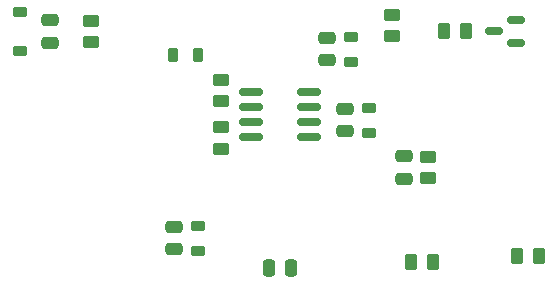
<source format=gbp>
G04 #@! TF.GenerationSoftware,KiCad,Pcbnew,8.0.5*
G04 #@! TF.CreationDate,2024-09-14T16:18:36+01:00*
G04 #@! TF.ProjectId,RotationEncoder,526f7461-7469-46f6-9e45-6e636f646572,rev?*
G04 #@! TF.SameCoordinates,Original*
G04 #@! TF.FileFunction,Paste,Bot*
G04 #@! TF.FilePolarity,Positive*
%FSLAX46Y46*%
G04 Gerber Fmt 4.6, Leading zero omitted, Abs format (unit mm)*
G04 Created by KiCad (PCBNEW 8.0.5) date 2024-09-14 16:18:36*
%MOMM*%
%LPD*%
G01*
G04 APERTURE LIST*
G04 Aperture macros list*
%AMRoundRect*
0 Rectangle with rounded corners*
0 $1 Rounding radius*
0 $2 $3 $4 $5 $6 $7 $8 $9 X,Y pos of 4 corners*
0 Add a 4 corners polygon primitive as box body*
4,1,4,$2,$3,$4,$5,$6,$7,$8,$9,$2,$3,0*
0 Add four circle primitives for the rounded corners*
1,1,$1+$1,$2,$3*
1,1,$1+$1,$4,$5*
1,1,$1+$1,$6,$7*
1,1,$1+$1,$8,$9*
0 Add four rect primitives between the rounded corners*
20,1,$1+$1,$2,$3,$4,$5,0*
20,1,$1+$1,$4,$5,$6,$7,0*
20,1,$1+$1,$6,$7,$8,$9,0*
20,1,$1+$1,$8,$9,$2,$3,0*%
G04 Aperture macros list end*
%ADD10RoundRect,0.250000X0.450000X-0.262500X0.450000X0.262500X-0.450000X0.262500X-0.450000X-0.262500X0*%
%ADD11RoundRect,0.218750X0.381250X-0.218750X0.381250X0.218750X-0.381250X0.218750X-0.381250X-0.218750X0*%
%ADD12RoundRect,0.250000X0.475000X-0.250000X0.475000X0.250000X-0.475000X0.250000X-0.475000X-0.250000X0*%
%ADD13RoundRect,0.150000X0.587500X0.150000X-0.587500X0.150000X-0.587500X-0.150000X0.587500X-0.150000X0*%
%ADD14RoundRect,0.250000X0.262500X0.450000X-0.262500X0.450000X-0.262500X-0.450000X0.262500X-0.450000X0*%
%ADD15RoundRect,0.250000X-0.475000X0.250000X-0.475000X-0.250000X0.475000X-0.250000X0.475000X0.250000X0*%
%ADD16RoundRect,0.150000X0.825000X0.150000X-0.825000X0.150000X-0.825000X-0.150000X0.825000X-0.150000X0*%
%ADD17RoundRect,0.225000X-0.375000X0.225000X-0.375000X-0.225000X0.375000X-0.225000X0.375000X0.225000X0*%
%ADD18RoundRect,0.250000X-0.450000X0.262500X-0.450000X-0.262500X0.450000X-0.262500X0.450000X0.262500X0*%
%ADD19RoundRect,0.218750X-0.381250X0.218750X-0.381250X-0.218750X0.381250X-0.218750X0.381250X0.218750X0*%
%ADD20RoundRect,0.250000X-0.262500X-0.450000X0.262500X-0.450000X0.262500X0.450000X-0.262500X0.450000X0*%
%ADD21RoundRect,0.218750X-0.218750X-0.381250X0.218750X-0.381250X0.218750X0.381250X-0.218750X0.381250X0*%
%ADD22RoundRect,0.250000X0.250000X0.475000X-0.250000X0.475000X-0.250000X-0.475000X0.250000X-0.475000X0*%
G04 APERTURE END LIST*
D10*
X140000000Y-92912500D03*
X140000000Y-91087500D03*
D11*
X138000000Y-101562500D03*
X138000000Y-99437500D03*
D12*
X125500000Y-83950000D03*
X125500000Y-82050000D03*
D13*
X164937500Y-82050000D03*
X164937500Y-83950000D03*
X163062500Y-83000000D03*
D14*
X160712500Y-83000000D03*
X158887500Y-83000000D03*
D15*
X136000000Y-99550000D03*
X136000000Y-101450000D03*
D16*
X147475000Y-88095000D03*
X147475000Y-89365000D03*
X147475000Y-90635000D03*
X147475000Y-91905000D03*
X142525000Y-91905000D03*
X142525000Y-90635000D03*
X142525000Y-89365000D03*
X142525000Y-88095000D03*
D17*
X123000000Y-81350000D03*
X123000000Y-84650000D03*
D10*
X154500000Y-83412500D03*
X154500000Y-81587500D03*
D15*
X150500000Y-89550000D03*
X150500000Y-91450000D03*
D18*
X140000000Y-87087500D03*
X140000000Y-88912500D03*
D14*
X157912500Y-102500000D03*
X156087500Y-102500000D03*
D18*
X157500000Y-93587500D03*
X157500000Y-95412500D03*
D19*
X152500000Y-89437500D03*
X152500000Y-91562500D03*
D12*
X149000000Y-85450000D03*
X149000000Y-83550000D03*
D18*
X129000000Y-82087500D03*
X129000000Y-83912500D03*
D15*
X155500000Y-93550000D03*
X155500000Y-95450000D03*
D19*
X151000000Y-83437500D03*
X151000000Y-85562500D03*
D20*
X165087500Y-102000000D03*
X166912500Y-102000000D03*
D21*
X135937500Y-85000000D03*
X138062500Y-85000000D03*
D22*
X145950000Y-103000000D03*
X144050000Y-103000000D03*
M02*

</source>
